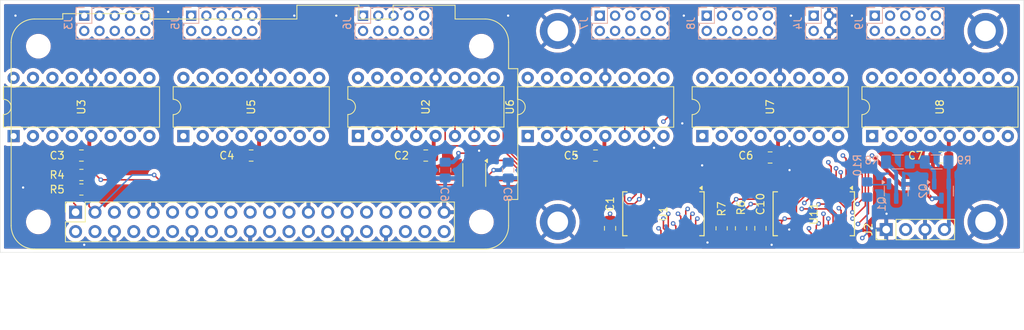
<source format=kicad_pcb>
(kicad_pcb (version 20240108) (generator "pcbnew") (generator_version "8.0")
  (layers (0 "F.Cu" signal) (1 "In1.Cu" signal) (2 "In2.Cu" signal) (31 "B.Cu" signal) (34 "B.Paste" user) (35 "F.Paste" user) (36 "B.SilkS" user "B.Silkscreen") (37 "F.SilkS" user "F.Silkscreen") (38 "B.Mask" user) (39 "F.Mask" user) (44 "Edge.Cuts" user))
  (net 0 "")
  (net 1 "+5V")
  (net 2 "GND")
  (net 4 "+3V3")
  (net 6 "Net-(J1-SCL{slash}GPIO3)")
  (net 13 "Net-(J1-SDA{slash}GPIO2)")
  (net 24 "PWM")
  (net 27 "2D")
  (net 29 "1C")
  (net 30 "2A")
  (net 31 "1A")
  (net 32 "1D")
  (net 33 "1B")
  (net 35 "2C")
  (net 37 "2B")
  (net 39 "3A")
  (net 40 "3C")
  (net 41 "3B")
  (net 42 "3D")
  (net 43 "4C")
  (net 44 "4D")
  (net 45 "4A")
  (net 46 "4B")
  (net 47 "5D")
  (net 48 "5C")
  (net 49 "5A")
  (net 50 "5B")
  (net 51 "6B")
  (net 52 "6D")
  (net 53 "6C")
  (net 54 "6A")
  (net 62 "I2C_SDA")
  (net 63 "I2C_SCL")
  (net 64 "+170")
  (net 65 "D1-5")
  (net 66 "D1-7")
  (net 67 "D1-0")
  (net 68 "D1-6")
  (net 69 "D1-9")
  (net 70 "D1-4")
  (net 71 "D1-8")
  (net 72 "D1-2")
  (net 73 "D1-1")
  (net 74 "D1-3")
  (net 75 "D2-4")
  (net 76 "D2-2")
  (net 77 "D2-9")
  (net 78 "D2-0")
  (net 79 "D2-5")
  (net 80 "D2-7")
  (net 81 "D2-8")
  (net 82 "D2-1")
  (net 83 "D2-6")
  (net 84 "D2-3")
  (net 85 "D3-4")
  (net 86 "D3-7")
  (net 87 "D3-5")
  (net 88 "D3-6")
  (net 89 "D3-9")
  (net 90 "D3-0")
  (net 91 "D3-8")
  (net 92 "D3-2")
  (net 93 "D3-3")
  (net 94 "D3-1")
  (net 95 "D4-2")
  (net 96 "D4-3")
  (net 97 "D4-1")
  (net 98 "D4-8")
  (net 99 "D4-7")
  (net 100 "D4-9")
  (net 101 "D4-5")
  (net 102 "D4-4")
  (net 103 "D4-0")
  (net 104 "D4-6")
  (net 105 "D5-6")
  (net 106 "D5-2")
  (net 107 "D5-9")
  (net 108 "D5-0")
  (net 109 "D5-1")
  (net 110 "D5-5")
  (net 111 "D5-8")
  (net 112 "D5-3")
  (net 113 "D5-7")
  (net 114 "D5-4")
  (net 115 "D6-8")
  (net 116 "D6-5")
  (net 117 "D6-6")
  (net 118 "D6-2")
  (net 119 "D6-9")
  (net 120 "D6-1")
  (net 121 "D6-7")
  (net 122 "D6-4")
  (net 123 "D6-0")
  (net 124 "D6-3")
  (net 132 "ANODE")
  (net 133 "Net-(Q1-C)")
  (net 134 "Net-(Q1-B)")
  (net 135 "Net-(Q2-B)")
  (footprint "Package_SO:SSOP-28_5.3x10.2mm_P0.65mm" (layer "F.Cu") (at 163.83 114.935 -90)
    (property "Reference" "U1")
    (property "Value" "MCP23017_SO" (hide yes))
  )
  (footprint "Capacitor_SMD:C_0805_2012Metric_Pad1.18x1.45mm_HandSolder" (layer "F.Cu") (at 200.152 107.569 180)
    (property "Reference" "C7")
    (property "Value" "100n" (hide yes))
  )
  (footprint "Connector_PinHeader_2.54mm:PinHeader_1x04_P2.54mm_Vertical" (layer "F.Cu") (at 193 117 90)
    (property "Reference" "J2")
    (property "Value" "Conn_01x04_Pin" (hide yes))
  )
  (footprint "Package_DIP:DIP-16_W7.62mm" (layer "F.Cu") (at 146.065 104.765 90)
    (property "Reference" "U6")
    (property "Value" "74141" (hide yes))
  )
  (footprint "Resistor_SMD:R_0805_2012Metric_Pad1.20x1.40mm_HandSolder" (layer "F.Cu") (at 171.45 116.84 90)
    (property "Reference" "R7")
    (property "Value" "4k7" (hide yes))
  )
  (footprint "Capacitor_SMD:C_0805_2012Metric_Pad1.18x1.45mm_HandSolder" (layer "F.Cu") (at 176.53 116.84 -90)
    (property "Reference" "C10")
    (property "Value" "100n" (hide yes))
  )
  (footprint "Package_DIP:DIP-16_W7.62mm" (layer "F.Cu") (at 191.15 104.765 90)
    (property "Reference" "U8")
    (property "Value" "74141" (hide yes))
  )
  (footprint "Package_DIP:DIP-16_W7.62mm" (layer "F.Cu") (at 78.755 104.765 90)
    (property "Reference" "U3")
    (property "Value" "74141" (hide yes))
  )
  (footprint "Package_DIP:DIP-16_W7.62mm" (layer "F.Cu") (at 123.84 104.755 90)
    (property "Reference" "U2")
    (property "Value" "74141" (hide yes))
  )
  (footprint "Resistor_SMD:R_0805_2012Metric_Pad1.20x1.40mm_HandSolder" (layer "F.Cu") (at 87.63 111.76)
    (property "Reference" "R5")
    (property "Value" "4k7" (hide yes))
  )
  (footprint "MountingHole:MountingHole_2.7mm_M2.5_DIN965_Pad" (layer "F.Cu") (at 206 116)
    (property "Reference" "H1" (hide yes))
    (property "Value" "MountingHole_Pad" (hide yes))
  )
  (footprint "Resistor_SMD:R_0805_2012Metric_Pad1.20x1.40mm_HandSolder" (layer "F.Cu") (at 173.99 116.84 90)
    (property "Reference" "R6")
    (property "Value" "4k7" (hide yes))
  )
  (footprint "MountingHole:MountingHole_2.7mm_M2.5_DIN965_Pad" (layer "F.Cu") (at 206 91)
    (property "Reference" "H2" (hide yes))
    (property "Value" "MountingHole_Pad" (hide yes))
  )
  (footprint "Package_DIP:DIP-16_W7.62mm" (layer "F.Cu") (at 168.925 104.765 90)
    (property "Reference" "U7")
    (property "Value" "74141")
  )
  (footprint "Resistor_SMD:R_0805_2012Metric_Pad1.20x1.40mm_HandSolder" (layer "F.Cu") (at 87.63 109.855)
    (property "Reference" "R4")
    (property "Value" "4k7" (hide yes))
  )
  (footprint "Capacitor_SMD:C_0805_2012Metric_Pad1.18x1.45mm_HandSolder" (layer "F.Cu") (at 132.715 107.315 180)
    (property "Reference" "C2")
    (property "Value" "100n" (hide yes))
  )
  (footprint "Package_SO:SSOP-28_5.3x10.2mm_P0.65mm" (layer "F.Cu") (at 183.515 114.935 -90)
    (property "Reference" "U11")
    (property "Value" "MCP23017_SO" (hide yes))
  )
  (footprint "MountingHole:MountingHole_2.7mm_M2.5_DIN965_Pad" (layer "F.Cu") (at 150 116)
    (property "Reference" "H4" (hide yes))
    (property "Value" "MountingHole_Pad" (hide yes))
  )
  (footprint "Package_DIP:DIP-16_W7.62mm" (layer "F.Cu") (at 100.98 104.765 90)
    (property "Reference" "U5")
    (property "Value" "74141" (hide yes))
  )
  (footprint "Capacitor_SMD:C_0805_2012Metric_Pad1.18x1.45mm_HandSolder" (layer "F.Cu") (at 87.63 107.315 180)
    (property "Reference" "C3")
    (property "Value" "100n" (hide yes))
  )
  (footprint "Module:Raspberry_Pi_Zero_Socketed_THT_FaceDown_MountingHoles" (layer "F.Cu") (at 86.87 114.73 90)
    (property "Reference" "J1" (hide yes))
    (property "Value" "Raspberry_Pi_2_3" (hide yes))
  )
  (footprint "Capacitor_SMD:C_0805_2012Metric_Pad1.18x1.45mm_HandSolder" (layer "F.Cu") (at 109.855 107.315 180)
    (property "Reference" "C4")
    (property "Value" "100n" (hide yes))
  )
  (footprint "Capacitor_SMD:C_0805_2012Metric_Pad1.18x1.45mm_HandSolder" (layer "F.Cu") (at 177.8 107.569 180)
    (property "Reference" "C6")
    (property "Value" "100n" (hide yes))
  )
  (footprint "MountingHole:MountingHole_2.7mm_M2.5_DIN965_Pad" (layer "F.Cu") (at 150 91)
    (property "Reference" "H3" (hide yes))
    (property "Value" "MountingHole_Pad" (hide yes))
  )
  (footprint "Capacitor_SMD:C_0805_2012Metric_Pad1.18x1.45mm_HandSolder" (layer "F.Cu") (at 156.845 116.84 -90)
    (property "Reference" "C1")
    (property "Value" "100n" (hide yes))
  )
  (footprint "Package_SO:SSOP-8_2.95x2.8mm_P0.65mm" (layer "F.Cu") (at 139.065 109.855 -90)
    (property "Reference" "U4" (hide yes))
    (property "Value" "TCA9406DC" (hide yes))
  )
  (footprint "Capacitor_SMD:C_0805_2012Metric_Pad1.18x1.45mm_HandSolder" (layer "F.Cu") (at 154.94 107.315 180)
    (property "Reference" "C5")
    (property "Value" "100n" (hide yes))
  )
  (footprint "Connector_PinHeader_2.00mm:PinHeader_2x05_P2.00mm_Vertical" (layer "B.Cu") (at 102 89 -90)
    (property "Reference" "J5")
    (property "Value" "Conn_02x05_Odd_Even" (hide yes))
  )
  (footprint "Resistor_SMD:R_1206_3216Metric_Pad1.30x1.75mm_HandSolder" (layer "B.Cu") (at 194.515 108.155 180)
    (property "Reference" "R8")
    (property "Value" "220k" (hide yes))
  )
  (footprint "Resistor_SMD:R_0805_2012Metric_Pad1.20x1.40mm_HandSolder" (layer "B.Cu") (at 190.5 111.76 90)
    (property "Reference" "R10")
    (property "Value" "1k" (hide yes))
  )
  (footprint "Capacitor_SMD:C_0805_2012Metric_Pad1.18x1.45mm_HandSolder" (layer "B.Cu") (at 143.51 109.22 -90)
    (property "Reference" "C8")
    (property "Value" "100n" (hide yes))
  )
  (footprint "Connector_PinHeader_2.00mm:PinHeader_2x05_P2.00mm_Vertical" (layer "B.Cu") (at 155.5 89 -90)
    (property "Reference" "J7")
    (property "Value" "Conn_02x05_Odd_Even" (hide yes))
  )
  (footprint "Package_TO_SOT_SMD:SOT-23" (layer "B.Cu") (at 200.23 111.965 -90)
    (property "Reference" "Q2")
    (property "Value" "PMBTA92" (hide yes))
  )
  (footprint "Connector_PinHeader_2.00mm:PinHeader_2x05_P2.00mm_Vertical" (layer "B.Cu") (at 88 89 -90)
    (property "Reference" "J3")
    (property "Value" "Conn_02x05_Odd_Even" (hide yes))
  )
  (footprint "Connector_PinHeader_2.00mm:PinHeader_2x05_P2.00mm_Vertical" (layer "B.Cu") (at 191.5 89 -90)
    (property "Reference" "J9")
    (property "Value" "Conn_02x05_Odd_Even" (hide yes))
  )
  (footprint "Connector_PinHeader_2.00mm:PinHeader_2x05_P2.00mm_Vertical" (layer "B.Cu") (at 124.5 89 -90)
    (property "Reference" "J6")
    (property "Value" "Conn_02x05_Odd_Even" (hide yes))
  )
  (footprint "Connector_PinHeader_2.00mm:PinHeader_2x02_P2.00mm_Vertical" (layer "B.Cu") (at 183.5 89 -90)
    (property "Reference" "J4")
    (property "Value" "Conn_02x02_Odd_Even" (hide yes))
  )
  (footprint "Capacitor_SMD:C_0805_2012Metric_Pad1.18x1.45mm_HandSolder" (layer "B.Cu") (at 135.255 109.22 -90)
    (property "Reference" "C9")
    (property "Value" "100n" (hide yes))
  )
  (footprint "Package_TO_SOT_SMD:SOT-23" (layer "B.Cu") (at 194.31 111.965 -90)
    (property "Reference" "Q1")
    (property "Value" "PMBTA42" (hide yes))
  )
  (footprint "Connector_PinHeader_2.00mm:PinHeader_2x05_P2.00mm_Vertical" (layer "B.Cu") (at 169.5 89 -90)
    (property "Reference" "J8")
    (property "Value" "Conn_02x05_Odd_Even" (hide yes))
  )
  (footprint "Resistor_SMD:R_1206_3216Metric_Pad1.30x1.75mm_HandSolder" (layer "B.Cu") (at 199.595 108.155 180)
    (property "Reference" "R9")
    (property "Value" "1k" (hide yes))
  )
  (gr_line (start 77 120) (end 211 120) (stroke (width 0.05)) (layer "Edge.Cuts"))
  (gr_line (start 77 87) (end 77 120) (stroke (width 0.05)) (layer "Edge.Cuts"))
  (gr_line (start 211 120) (end 211 87) (stroke (width 0.05)) (layer "Edge.Cuts"))
  (gr_line (start 211 87) (end 77 87) (stroke (width 0.05)) (layer "Edge.Cuts"))
  (gr_text "ARL 2025" (at 155.575 94.615 0) (layer "F.Cu") (effects (font (size 1.5 1.5) (thickness 0.3) (bold yes)) (justify left bottom)))
  (segment (start 179.29 118.535) (end 179.415 118.41) (width 0.2) (layer "F.Cu") (net 1))
  (segment (start 201.1895 107.569) (end 201.1895 104.8855) (width 0.5) (layer "F.Cu") (net 1))
  (segment (start 110.8925 105.0125) (end 111.14 104.765) (width 0.5) (layer "F.Cu") (net 1))
  (segment (start 88.6675 105.0125) (end 88.915 104.765) (width 0.5) (layer "F.Cu") (net 1))
  (segment (start 161.555 118.535) (end 161.555 117.105) (width 0.2) (layer "F.Cu") (net 1))
  (segment (start 174.895 117.84) (end 175.26 117.475) (width 0.2) (layer "F.Cu") (net 1))
  (segment (start 162.855 111.335) (end 162.855 113.2) (width 0.2) (layer "F.Cu") (net 1))
  (segment (start 139.39 111.555) (end 139.39 110.165) (width 0.2) (layer "F.Cu") (net 1))
  (segment (start 179.415 118.41) (end 179.415 118.11) (width 0.2) (layer "F.Cu") (net 1))
  (segment (start 179.29 118.535) (end 179.29 115.985) (width 0.2) (layer "F.Cu") (net 1))
  (segment (start 181.24 115.57) (end 181.24 113.715) (width 0.2) (layer "F.Cu") (net 1))
  (segment (start 173.99 117.84) (end 174.895 117.84) (width 0.2) (layer "F.Cu") (net 1))
  (segment (start 175.26 116.205) (end 175.6625 115.8025) (width 0.2) (layer "F.Cu") (net 1))
  (segment (start 175.26 116.205) (end 175.26 117.475) (width 0.2) (layer "F.Cu") (net 1))
  (segment (start 156.1045 107.569) (end 156.1045 104.8855) (width 0.5) (layer "F.Cu") (net 1))
  (segment (start 178.8375 105.0125) (end 179.085 104.765) (width 0.5) (layer "F.Cu") (net 1))
  (segment (start 176.53 115.8025) (end 175.6625 115.8025) (width 0.2) (layer "F.Cu") (net 1))
  (segment (start 161.555 117.105) (end 160.2525 115.8025) (width 0.2) (layer "F.Cu") (net 1))
  (segment (start 179.4725 115.8025) (end 179.705 115.57) (width 0.2) (layer "F.Cu") (net 1))
  (segment (start 178.8375 107.569) (end 178.8375 105.0125) (width 0.5) (layer "F.Cu") (net 1))
  (segment (start 139.7 109.855) (end 140.97 109.855) (width 0.2) (layer "F.Cu") (net 1))
  (segment (start 160.2525 115.8025) (end 156.845 115.8025) (width 0.2) (layer "F.Cu") (net 1))
  (segment (start 156.845 115.8025) (end 156.845 114.935) (width 0.5) (layer "F.Cu") (net 1))
  (segment (start 171.45 117.84) (end 173.99 117.84) (width 0.2) (layer "F.Cu") (net 1))
  (segment (start 179.29 115.985) (end 179.4725 115.8025) (width 0.2) (layer "F.Cu") (net 1))
  (segment (start 140.97 109.855) (end 141.605 109.22) (width 0.2) (layer "F.Cu") (net 1))
  (segment (start 110.8925 107.315) (end 110.8925 105.0125) (width 0.5) (layer "F.Cu") (net 1))
  (segment (start 176.53 115.8025) (end 179.4725 115.8025) (width 0.2) (layer "F.Cu") (net 1))
  (segment (start 182.54 112.415) (end 182.54 111.335) (width 0.2) (layer "F.Cu") (net 1))
  (segment (start 156.1045 104.8855) (end 156.225 104.765) (width 0.5) (layer "F.Cu") (net 1))
  (segment (start 201.1895 104.8855) (end 201.31 104.765) (width 0.5) (layer "F.Cu") (net 1))
  (segment (start 179.705 115.57) (end 181.24 115.57) (width 0.2) (layer "F.Cu") (net 1))
  (segment (start 133.7525 105.0025) (end 134 104.755) (width 0.5) (layer "F.Cu") (net 1))
  (segment (start 162.855 113.2) (end 160.2525 115.8025) (width 0.2) (layer "F.Cu") (net 1))
  (segment (start 133.7525 107.569) (end 133.7525 105.0025) (width 0.5) (layer "F.Cu") (net 1))
  (segment (start 139.39 110.165) (end 139.7 109.855) (width 0.2) (layer "F.Cu") (net 1))
  (segment (start 88.6675 107.315) (end 88.6675 105.0125) (width 0.5) (layer "F.Cu") (net 1))
  (segment (start 181.24 118.535) (end 181.24 115.57) (width 0.2) (layer "F.Cu") (net 1))
  (segment (start 181.24 113.715) (end 182.54 112.415) (width 0.2) (layer "F.Cu") (net 1))
  (via (at 141.605 109.22) (size 0.6) (drill 0.3) (layers "F.Cu" "B.Cu") (net 1))
  (via (at 179.705 115.57) (size 0.6) (drill 0.3) (layers "F.Cu" "B.Cu") (net 1))
  (via (at 156.845 114.935) (size 0.6) (drill 0.3) (layers "F.Cu" "B.Cu") (net 1))
  (segment (start 141.605 109.22) (end 142.4725 109.22) (width 0.5) (layer "B.Cu") (net 1))
  (segment (start 142.4725 109.22) (end 143.51 108.1825) (width 0.5) (layer "B.Cu") (net 1))
  (segment (start 162.205 112.75) (end 161.925 113.03) (width 0.2) (layer "F.Cu") (net 2))
  (segment (start 92 119) (end 91.95 118.95) (width 0.5) (layer "F.Cu") (net 2))
  (segment (start 131.6775 107.315) (end 130.175 107.315) (width 0.2) (layer "F.Cu") (net 2))
  (segment (start 180.3 117) (end 179.94 117.36) (width 0.2) (layer "F.Cu") (net 2))
  (segment (start 122 119) (end 122.43 118.57) (width 0.5) (layer "F.Cu") (net 2))
  (segment (start 117.35 113.35) (end 117 113) (width 0.5) (layer "F.Cu") (net 2))
  (segment (start 127.51 118.49) (end 127 119) (width 0.5) (layer "F.Cu") (net 2))
  (segment (start 91.95 117.27) (end 91.95 118.95) (width 0.5) (layer "F.Cu") (net 2))
  (segment (start 135.13 114.73) (end 135.13 113.13) (width 0.5) (layer "F.Cu") (net 2))
  (segment (start 139.7 106.695) (end 139.7 106.68) (width 0.2) (layer "F.Cu") (net 2))
  (segment (start 181.89 111.335) (end 181.89 110.135) (width 0.2) (layer "F.Cu") (net 2))
  (segment (start 179.94 117.36) (end 179.94 118.535) (width 0.2) (layer "F.Cu") (net 2))
  (segment (start 97.03 114.73) (end 97.03 113.03) (width 0.5) (layer "F.Cu") (net 2))
  (segment (start 122.43 117.27) (end 122.43 118.57) (width 0.5) (layer "F.Cu") (net 2))
  (segment (start 160.905 118.535) (end 160.255 118.535) (width 0.2) (layer "F.Cu") (net 2))
  (segment (start 181.89 110.135) (end 181.61 109.855) (width 0.2) (layer "F.Cu") (net 2))
  (segment (start 180.3 117) (end 180.59 117.29) (width 0.2) (layer "F.Cu") (net 2))
  (segment (start 109.73 118.73) (end 110 119) (width 0.5) (layer "F.Cu") (net 2))
  (segment (start 117.35 114.73) (end 117.35 113.35) (width 0.5) (layer "F.Cu") (net 2))
  (segment (start 97 113) (end 97.03 113.03) (width 0.5) (layer "F.Cu") (net 2))
  (segment (start 102.11 117.27) (end 102.11 118.89) (width 0.5) (layer "F.Cu") (net 2))
  (segment (start 139.39 107.005) (end 139.7 106.695) (width 0.2) (layer "F.Cu") (net 2))
  (segment (start 109.73 117.27) (end 109.73 118.73) (width 0.5) (layer "F.Cu") (net 2))
  (segment (start 102 119) (end 102.11 118.89) (width 0.5) (layer "F.Cu") (net 2))
  (segment (start 135 113) (end 135.13 113.13) (width 0.5) (layer "F.Cu") (net 2))
  (segment (start 157.5025 118.535) (end 156.845 117.8775) (width 0.2) (layer "F.Cu") (net 2))
  (segment (start 108.8175 107.315) (end 107.315 107.315) (width 0.2) (layer "F.Cu") (net 2))
  (segment (start 162.205 111.335) (end 162.205 112.75) (width 0.2) (layer "F.Cu") (net 2))
  (segment (start 86.5925 107.315) (end 85.09 107.315) (width 0.2) (layer "F.Cu") (net 2))
  (segment (start 127.51 117.27) (end 127.51 118.49) (width 0.5) (layer "F.Cu") (net 2))
  (segment (start 180.59 117.29) (end 180.59 118.535) (width 0.2) (layer "F.Cu") (net 2))
  (segment (start 160.905 118.535) (end 157.5025 118.535) (width 0.2) (layer "F.Cu") (net 2))
  (segment (start 153.9025 107.315) (end 152.4 107.315) (width 0.2) (layer "F.Cu") (net 2))
  (segment (start 139.39 108.155) (end 139.39 107.005) (width 0.2) (layer "F.Cu") (net 2))
  (via (at 162.6 106.3) (size 0.6) (drill 0.3) (layers "F.Cu" "B.Cu") (net 2))
  (via (at 188.5 89) (size 0.6) (drill 0.3) (layers "F.Cu" "B.Cu") (net 2))
  (via (at 166.3 103.1) (size 0.6) (drill 0.3) (layers "F.Cu" "B.Cu") (net 2))
  (via (at 180.34 106.045) (size 0.6) (drill 0.3) (layers "F.Cu" "B.Cu") (net 2))
  (via (at 115.5 89) (size 0.6) (drill 0.3) (layers "F.Cu" "B.Cu") (net 2))
  (via (at 143.5 89) (size 0.6) (drill 0.3) (layers "F.Cu" "B.Cu") (net 2))
  (via (at 178 119) (size 0.6) (drill 0.3) (layers "F.Cu" "B.Cu") (net 2))
  (via (at 193.04 114.935) (size 0.6) (drill 0.3) (layers "F.Cu" "B.Cu") (net 2))
  (via (at 139.7 106.68) (size 0.6) (drill 0.3) (layers "F.Cu" "B.Cu") (net 2))
  (via (at 80 111.5) (size 0.6) (drill 0.3) (layers "F.Cu" "B.Cu") (net 2))
  (via (at 152.4 107.315) (size 0.6) (drill 0.3) (layers "F.Cu" "B.Cu") (net 2))
  (via (at 180.34 109.22) (size 0.6) (drill 0.3) (layers "F.Cu" "B.Cu") (net 2))
  (via (at 161.925 113.03) (size 0.6) (drill 0.3) (layers "F.Cu" "B.Cu") (net 2))
  (via (at 180.3 117) (size 0.6) (drill 0.3) (layers "F.Cu" "B.Cu") (net 2))
  (via (at 169.6 118.7) (size 0.6) (drill 0.3) (layers "F.Cu" "B.Cu") (net 2))
  (via (at 88 119) (size 0.6) (drill 0.3) (layers "F.Cu" "B.Cu") (net 2))
  (via (at 191.135 116.84) (size 0.6) (drill 0.3) (layers "F.Cu" "B.Cu") (net 2))
  (via (at 121 89) (size 0.6) (drill 0.3) (layers "F.Cu" "B.Cu") (net 2))
  (via (at 166.5 89) (size 0.6) (drill 0.3) (layers "F.Cu" "B.Cu") (net 2))
  (via (at 168.9 108.6) (size 0.6) (drill 0.3) (layers "F.Cu" "B.Cu") (net 2))
  (via (at 99 88.5) (size 0.6) (drill 0.3) (layers "F.Cu" "B.Cu") (net 2))
  (via (at 180.5 89) (size 0.6) (drill 0.3) (layers "F.Cu" "B.Cu") (net 2))
  (via (at 79 89) (size 0.6) (drill 0.3) (layers "F.Cu" "B.Cu") (net 2))
  (segment (start 86.87 113.79) (end 86.87 114.73) (width 0.2) (layer "F.Cu") (net 4))
  (segment (start 138.49 107) (end 137 107) (width 0.2) (layer "F.Cu") (net 4))
  (segment (start 86.63 111.76) (end 86.63 113.55) (width 0.2) (layer "F.Cu") (net 4))
  (segment (start 86.63 113.55) (end 86.87 113.79) (width 0.2) (layer "F.Cu") (net 4))
  (segment (start 86.63 109.855) (end 86.63 111.76) (width 0.2) (layer "F.Cu") (net 4))
  (segment (start 138.74 108.155) (end 138.74 107.25) (width 0.2) (layer "F.Cu") (net 4))
  (segment (start 138.74 111.555) (end 138.74 108.155) (width 0.2) (layer "F.Cu") (net 4))
  (segment (start 138.74 107.25) (end 138.49 107) (width 0.2) (layer "F.Cu") (net 4))
  (via (at 137 107) (size 0.6) (drill 0.3) (layers "F.Cu" "B.Cu") (net 4))
  (segment (start 136.2925 108.1825) (end 135.255 108.1825) (width 0.5) (layer "B.Cu") (net 4))
  (segment (start 137 107) (end 137 107.475) (width 0.5) (layer "B.Cu") (net 4))
  (segment (start 137 107.475) (end 136.2925 108.1825) (width 0.5) (layer "B.Cu") (net 4))
  (segment (start 96.52 110.49) (end 90.17 110.49) (width 0.2) (layer "F.Cu") (net 6))
  (segment (start 89.535 109.855) (end 90.17 110.49) (width 0.2) (layer "F.Cu") (net 6))
  (segment (start 138.09 111.555) (end 137.59 111.555) (width 0.2) (layer "F.Cu") (net 6))
  (segment (start 137.16 111.125) (end 97.155 111.125) (width 0.2) (layer "F.Cu") (net 6))
  (segment (start 137.59 111.555) (end 137.16 111.125) (width 0.2) (layer "F.Cu") (net 6))
  (segment (start 88.63 109.855) (end 89.535 109.855) (width 0.2) (layer "F.Cu") (net 6))
  (segment (start 97.155 111.125) (end 96.52 110.49) (width 0.2) (layer "F.Cu") (net 6))
  (via (at 90.17 110.49) (size 0.6) (drill 0.3) (layers "F.Cu" "B.Cu") (net 6))
  (segment (start 137.16 110.49) (end 138.09 109.56) (width 0.2) (layer "F.Cu") (net 13))
  (segment (start 88.63 111.76) (end 88.63 113.95) (width 0.2) (layer "F.Cu") (net 13))
  (segment (start 138.09 109.56) (end 138.09 108.155) (width 0.2) (layer "F.Cu") (net 13))
  (segment (start 97.155 109.855) (end 97.79 110.49) (width 0.2) (layer "F.Cu") (net 13))
  (segment (start 97.79 110.49) (end 137.16 110.49) (width 0.2) (layer "F.Cu") (net 13))
  (segment (start 88.63 113.95) (end 89.41 114.73) (width 0.2) (layer "F.Cu") (net 13))
  (via (at 97.155 109.855) (size 0.6) (drill 0.3) (layers "F.Cu" "B.Cu") (net 13))
  (segment (start 97.155 109.855) (end 94.285 109.855) (width 0.2) (layer "B.Cu") (net 13))
  (segment (start 94.285 109.855) (end 89.41 114.73) (width 0.2) (layer "B.Cu") (net 13))
  (segment (start 99.57 117.27) (end 99.5 117.34) (width 0.2) (layer "F.Cu") (net 24))
  (via (at 189.865 118.11) (size 0.6) (drill 0.3) (layers "F.Cu" "B.Cu") (net 24))
  (segment (start 190.5 112.76) (end 190.5 117.475) (width 0.2) (layer "B.Cu") (net 24))
  (segment (start 190.5 117.475) (end 189.865 118.11) (width 0.2) (layer "B.Cu") (net 24))
  (segment (start 168.055 115.79) (end 168.275 115.57) (width 0.2) (layer "F.Cu") (net 27))
  (segment (start 168.055 118.535) (end 168.055 115.79) (width 0.2) (layer "F.Cu") (net 27))
  (via (at 168.275 115.57) (size 0.6) (drill 0.3) (layers "F.Cu" "B.Cu") (net 27))
  (segment (start 164.805 118.535) (end 164.805 117.18) (width 0.2) (layer "F.Cu") (net 29))
  (segment (start 164.465 116.84) (end 164.465 114.935) (width 0.2) (layer "F.Cu") (net 29))
  (segment (start 164.805 117.18) (end 164.465 116.84) (width 0.2) (layer "F.Cu") (net 29))
  (via (at 164.465 114.935) (size 0.6) (drill 0.3) (layers "F.Cu" "B.Cu") (net 29))
  (segment (start 166.105 118.535) (end 166.105 115.305) (width 0.2) (layer "F.Cu") (net 30))
  (segment (start 166.105 115.305) (end 165.735 114.935) (width 0.2) (layer "F.Cu") (net 30))
  (via (at 165.735 114.935) (size 0.6) (drill 0.3) (layers "F.Cu" "B.Cu") (net 30))
  (segment (start 163.505 117.15) (end 163.195 116.84) (width 0.2) (layer "F.Cu") (net 31))
  (segment (start 163.505 118.535) (end 163.505 117.15) (width 0.2) (layer "F.Cu") (net 31))
  (via (at 163.195 116.84) (size 0.6) (drill 0.3) (layers "F.Cu" "B.Cu") (net 31))
  (segment (start 165.455 118.535) (end 165.455 116.56) (width 0.2) (layer "F.Cu") (net 32))
  (segment (start 165.455 116.56) (end 165.1 116.205) (width 0.2) (layer "F.Cu") (net 32))
  (via (at 165.1 116.205) (size 0.6) (drill 0.3) (layers "F.Cu" "B.Cu") (net 32))
  (segment (start 164.155 118.535) (end 164.065 118.445) (width 0.2) (layer "F.Cu") (net 33))
  (segment (start 164.065 117.075) (end 163.83 116.84) (width 0.2) (layer "F.Cu") (net 33))
  (segment (start 164.065 118.445) (end 164.065 117.075) (width 0.2) (layer "F.Cu") (net 33))
  (segment (start 163.83 116.84) (end 163.83 115.57) (width 0.2) (layer "F.Cu") (net 33))
  (via (at 163.83 115.57) (size 0.6) (drill 0.3) (layers "F.Cu" "B.Cu") (net 33))
  (segment (start 167.405 115.17) (end 167.64 114.935) (width 0.2) (layer "F.Cu") (net 35))
  (segment (start 167.405 118.535) (end 167.405 115.17) (width 0.2) (layer "F.Cu") (net 35))
  (via (at 167.64 114.935) (size 0.6) (drill 0.3) (layers "F.Cu" "B.Cu") (net 35))
  (segment (start 166.755 118.535) (end 166.755 114.55) (width 0.2) (layer "F.Cu") (net 37))
  (segment (start 166.755 114.55) (end 167.005 114.3) (width 0.2) (layer "F.Cu") (net 37))
  (via (at 167.005 114.3) (size 0.6) (drill 0.3) (layers "F.Cu" "B.Cu") (net 37))
  (segment (start 158.115 107.315) (end 156.845 108.585) (width 0.2) (layer "F.Cu") (net 39))
  (segment (start 156.845 108.585) (end 146.685 108.585) (width 0.2) (layer "F.Cu") (net 39))
  (segment (start 128.92 103.52) (end 128.92 104.755) (width 0.2) (layer "F.Cu") (net 39))
  (segment (start 130.81 101.6) (end 128.905 103.505) (width 0.2) (layer "F.Cu") (net 39))
  (segment (start 142.24 101.6) (end 130.81 101.6) (width 0.2) (layer "F.Cu") (net 39))
  (segment (start 144.145 103.505) (end 142.24 101.6) (width 0.2) (layer "F.Cu") (net 39))
  (segment (start 168.055 110.021471) (end 165.348529 107.315) (width 0.2) (layer "F.Cu") (net 39))
  (segment (start 165.348529 107.315) (end 158.115 107.315) (width 0.2) (layer "F.Cu") (net 39))
  (segment (start 128.905 103.505) (end 128.92 103.52) (width 0.2) (layer "F.Cu") (net 39))
  (segment (start 144.145 106.045) (end 144.145 103.505) (width 0.2) (layer "F.Cu") (net 39))
  (segment (start 146.685 108.585) (end 144.145 106.045) (width 0.2) (layer "F.Cu") (net 39))
  (segment (start 168.055 111.335) (end 168.055 110.021471) (width 0.2) (layer "F.Cu") (net 39))
  (segment (start 166.755 111.335) (end 166.755 109.852843) (width 0.2) (layer "F.Cu") (net 40))
  (segment (start 146.215 109.385) (end 142.875 106.045) (width 0.2) (layer "F.Cu") (net 40))
  (segment (start 139.7 102.87) (end 139.08 103.49) (width 0.2) (layer "F.Cu") (net 40))
  (segment (start 142.875 106.045) (end 142.875 103.435686) (width 0.2) (layer "F.Cu") (net 40))
  (segment (start 166.755 109.852843) (end 165.017157 108.115) (width 0.2) (layer "F.Cu") (net 40))
  (segment (start 165.017157 108.115) (end 158.515686 108.115) (width 0.2) (layer "F.Cu") (net 40))
  (segment (start 142.875 103.435686) (end 142.309314 102.87) (width 0.2) (layer "F.Cu") (net 40))
  (segment (start 139.08 103.49) (end 139.08 104.755) (width 0.2) (layer "F.Cu") (net 40))
  (segment (start 157.245686 109.385) (end 146.215 109.385) (width 0.2) (layer "F.Cu") (net 40))
  (segment (start 158.515686 108.115) (end 157.245686 109.385) (width 0.2) (layer "F.Cu") (net 40))
  (segment (start 142.309314 102.87) (end 139.7 102.87) (width 0.2) (layer "F.Cu") (net 40))
  (segment (start 137.795 102.235) (end 136.54 103.49) (width 0.2) (layer "F.Cu") (net 41))
  (segment (start 167.405 109.937157) (end 165.182843 107.715) (width 0.2) (layer "F.Cu") (net 41))
  (segment (start 142.24 102.235) (end 137.795 102.235) (width 0.2) (layer "F.Cu") (net 41))
  (segment (start 167.405 111.335) (end 167.405 109.937157) (width 0.2) (layer "F.Cu") (net 41))
  (segment (start 165.182843 107.715) (end 158.315343 107.715) (width 0.2) (layer "F.Cu") (net 41))
  (segment (start 143.51 106.045) (end 143.51 103.505) (width 0.2) (layer "F.Cu") (net 41))
  (segment (start 136.54 103.49) (end 136.54 104.755) (width 0.2) (layer "F.Cu") (net 41))
  (segment (start 146.45 108.985) (end 143.51 106.045) (width 0.2) (layer "F.Cu") (net 41))
  (segment (start 158.315343 107.715) (end 157.045343 108.985) (width 0.2) (layer "F.Cu") (net 41))
  (segment (start 143.51 103.505) (end 142.24 102.235) (width 0.2) (layer "F.Cu") (net 41))
  (segment (start 157.045343 108.985) (end 146.45 108.985) (width 0.2) (layer "F.Cu") (net 41))
  (segment (start 142.309314 106.045) (end 135.89 106.045) (width 0.2) (layer "F.Cu") (net 42))
  (segment (start 131.46 103.49) (end 131.46 104.755) (width 0.2) (layer "F.Cu") (net 42))
  (segment (start 134.62 102.87) (end 132.08 102.87) (width 0.2) (layer "F.Cu") (net 42))
  (segment (start 135.255 103.505) (end 134.62 102.87) (width 0.2) (layer "F.Cu") (net 42))
  (segment (start 166.105 111.335) (end 166.105 109.768529) (width 0.2) (layer "F.Cu") (net 42))
  (segment (start 158.681372 108.515) (end 157.411372 109.785) (width 0.2) (layer "F.Cu") (net 42))
  (segment (start 166.105 109.768529) (end 164.851471 108.515) (width 0.2) (layer "F.Cu") (net 42))
  (segment (start 157.411372 109.785) (end 146.049314 109.785) (width 0.2) (layer "F.Cu") (net 42))
  (segment (start 132.08 102.87) (end 131.46 103.49) (width 0.2) (layer "F.Cu") (net 42))
  (segment (start 135.89 106.045) (end 135.255 105.41) (width 0.2) (layer "F.Cu") (net 42))
  (segment (start 135.255 105.41) (end 135.255 103.505) (width 0.2) (layer "F.Cu") (net 42))
  (segment (start 164.851471 108.515) (end 158.681372 108.515) (width 0.2) (layer "F.Cu") (net 42))
  (segment (start 146.049314 109.785) (end 142.309314 106.045) (width 0.2) (layer "F.Cu") (net 42))
  (segment (start 184.785 114.935) (end 184.785 117.36) (width 0.2) (layer "F.Cu") (net 43))
  (segment (start 163.83 100.965) (end 161.305 103.49) (width 0.2) (layer "F.Cu") (net 43))
  (segment (start 188.83 108.802046) (end 188.83 103.105) (width 0.2) (layer "F.Cu") (net 43))
  (segment (start 189.865 113.03) (end 189.865 109.837046) (width 0.2) (layer "F.Cu") (net 43))
  (segment (start 186.69 100.965) (end 163.83 100.965) (width 0.2) (layer "F.Cu") (net 43))
  (segment (start 184.785 117.36) (end 184.49 117.655) (width 0.2) (layer "F.Cu") (net 43))
  (segment (start 188.83 103.105) (end 186.69 100.965) (width 0.2) (layer "F.Cu") (net 43))
  (segment (start 161.305 103.49) (end 161.305 104.765) (width 0.2) (layer "F.Cu") (net 43))
  (segment (start 189.23 113.665) (end 189.865 113.03) (width 0.2) (layer "F.Cu") (net 43))
  (segment (start 189.865 109.837046) (end 188.83 108.802046) (width 0.2) (layer "F.Cu") (net 43))
  (segment (start 184.49 117.655) (end 184.49 118.535) (width 0.2) (layer "F.Cu") (net 43))
  (via (at 189.23 113.665) (size 0.6) (drill 0.3) (layers "F.Cu" "B.Cu") (net 43))
  (via (at 184.785 114.935) (size 0.6) (drill 0.3) (layers "F.Cu" "B.Cu") (net 43))
  (segment (start 185.42 117.36) (end 185.14 117.64) (width 0.2) (layer "F.Cu") (net 44))
  (segment (start 185.42 115.57) (end 185.42 117.36) (width 0.2) (layer "F.Cu") (net 44))
  (segment (start 185.14 117.64) (end 185.14 118.535) (width 0.2) (layer "F.Cu") (net 44))
  (segment (start 186.69 101.6) (end 165.1 101.6) (width 0.2) (layer "F.Cu") (net 44))
  (segment (start 188.43 103.34) (end 186.69 101.6) (width 0.2) (layer "F.Cu") (net 44))
  (segment (start 188.570737 114.745734) (end 188.570737 113.475734) (width 0.2) (layer "F.Cu") (net 44))
  (segment (start 188.570737 113.475734) (end 189.23 112.816471) (width 0.2) (layer "F.Cu") (net 44))
  (segment (start 188.43 108.967732) (end 188.43 103.34) (width 0.2) (layer "F.Cu") (net 44))
  (segment (start 189.23 112.816471) (end 189.23 109.767732) (width 0.2) (layer "F.Cu") (net 44))
  (segment (start 165.1 101.6) (end 163.83 102.87) (width 0.2) (layer "F.Cu") (net 44))
  (segment (start 189.23 109.767732) (end 188.43 108.967732) (width 0.2) (layer "F.Cu") (net 44))
  (via (at 188.570737 114.745734) (size 0.6) (drill 0.3) (layers "F.Cu" "B.Cu") (net 44))
  (via (at 163.83 102.87) (size 0.6) (drill 0.3) (layers "F.Cu" "B.Cu") (net 44))
  (via (at 185.42 115.57) (size 0.6) (drill 0.3) (layers "F.Cu" "B.Cu") (net 44))
  (segment (start 183.19 117.485) (end 183.19 118.535) (width 0.2) (layer "F.Cu") (net 45))
  (segment (start 182.88 116.84) (end 182.88 117.175) (width 0.2) (layer "F.Cu") (net 45))
  (segment (start 189.63 108.419314) (end 189.63 102.635) (width 0.2) (layer "F.Cu") (net 45))
  (segment (start 186.69 99.695) (end 154.94 99.695) (width 0.2) (layer "F.Cu") (net 45))
  (segment (start 151.145 103.49) (end 151.145 104.765) (width 0.2) (layer "F.Cu") (net 45))
  (segment (start 190.665 109.454314) (end 189.63 108.419314) (width 0.2) (layer "F.Cu") (net 45))
  (segment (start 182.88 117.175) (end 183.19 117.485) (width 0.2) (layer "F.Cu") (net 45))
  (segment (start 189.299313 116.274313) (end 190.665 114.908626) (width 0.2) (layer "F.Cu") (net 45))
  (segment (start 189.63 102.635) (end 186.69 99.695) (width 0.2) (layer "F.Cu") (net 45))
  (segment (start 154.94 99.695) (end 151.145 103.49) (width 0.2) (layer "F.Cu") (net 45))
  (segment (start 190.665 114.908626) (end 190.665 109.454314) (width 0.2) (layer "F.Cu") (net 45))
  (via (at 189.299313 116.274313) (size 0.6) (drill 0.3) (layers "F.Cu" "B.Cu") (net 45))
  (via (at 182.88 116.84) (size 0.6) (drill 0.3) (layers "F.Cu" "B.Cu") (net 45))
  (segment (start 189.23 108.585) (end 189.23 102.87) (width 0.2) (layer "F.Cu") (net 46))
  (segment (start 158.765 103.49) (end 158.765 104.765) (width 0.2) (layer "F.Cu") (net 46))
  (segment (start 190.265 109.62) (end 189.23 108.585) (width 0.2) (layer "F.Cu") (net 46))
  (segment (start 161.925 100.33) (end 158.765 103.49) (width 0.2) (layer "F.Cu") (net 46))
  (segment (start 189.23 102.87) (end 186.69 100.33) (width 0.2) (layer "F.Cu") (net 46))
  (segment (start 183.84 118.535) (end 183.84 116.515) (width 0.2) (layer "F.Cu") (net 46))
  (segment (start 188.595 115.57) (end 190.265 113.9) (width 0.2) (layer "F.Cu") (net 46))
  (segment (start 190.265 113.9) (end 190.265 109.62) (width 0.2) (layer "F.Cu") (net 46))
  (segment (start 186.69 100.33) (end 161.925 100.33) (width 0.2) (layer "F.Cu") (net 46))
  (segment (start 183.84 116.515) (end 184.15 116.205) (width 0.2) (layer "F.Cu") (net 46))
  (via (at 184.15 116.205) (size 0.6) (drill 0.3) (layers "F.Cu" "B.Cu") (net 46))
  (via (at 188.595 115.57) (size 0.6) (drill 0.3) (layers "F.Cu" "B.Cu") (net 46))
  (segment (start 187.74 114.24) (end 187.74 118.535) (width 0.2) (layer "F.Cu") (net 47))
  (segment (start 182.274265 113.529265) (end 182.90353 112.9) (width 0.2) (layer "F.Cu") (net 47))
  (segment (start 182.90353 112.9) (end 186.4 112.9) (width 0.2) (layer "F.Cu") (net 47))
  (segment (start 186.4 112.9) (end 187.74 114.24) (width 0.2) (layer "F.Cu") (net 47))
  (via (at 182.274265 113.529265) (size 0.6) (drill 0.3) (layers "F.Cu" "B.Cu") (net 47))
  (segment (start 186.79 114.2) (end 187.09 114.5) (width 0.2) (layer "F.Cu") (net 48))
  (segment (start 187.09 114.5) (end 187.09 118.535) (width 0.2) (layer "F.Cu") (net 48))
  (via (at 186.79 114.2) (size 0.6) (drill 0.3) (layers "F.Cu" "B.Cu") (net 48))
  (segment (start 185.79 117.61) (end 185.79 118.535) (width 0.2) (layer "F.Cu") (net 49))
  (segment (start 181.935 114.3) (end 185.234314 114.3) (width 0.2) (layer "F.Cu") (net 49))
  (segment (start 186.04 115.105686) (end 186.04 117.36) (width 0.2) (layer "F.Cu") (net 49))
  (segment (start 186.04 117.36) (end 185.79 117.61) (width 0.2) (layer "F.Cu") (net 49))
  (segment (start 185.234314 114.3) (end 186.04 115.105686) (width 0.2) (layer "F.Cu") (net 49))
  (via (at 181.935 114.3) (size 0.6) (drill 0.3) (layers "F.Cu" "B.Cu") (net 49))
  (segment (start 184.142662 113.687724) (end 184.165386 113.665) (width 0.2) (layer "F.Cu") (net 50))
  (segment (start 185.165 113.665) (end 186.44 114.94) (width 0.2) (layer "F.Cu") (net 50))
  (segment (start 186.44 114.94) (end 186.44 118.535) (width 0.2) (layer "F.Cu") (net 50))
  (segment (start 184.165386 113.665) (end 185.165 113.665) (width 0.2) (layer "F.Cu") (net 50))
  (via (at 184.142662 113.687724) (size 0.6) (drill 0.3) (layers "F.Cu" "B.Cu") (net 50))
  (segment (start 187.09 109.59) (end 187 109.5) (width 0.2) (layer "F.Cu") (net 51))
  (segment (start 187.09 111.335) (end 187.09 109.59) (width 0.2) (layer "F.Cu") (net 51))
  (via (at 187.04 109.5) (size 0.6) (drill 0.3) (layers "F.Cu" "B.Cu") (net 51))
  (segment (start 185.42 108.404743) (end 185.79 108.774743) (width 0.2) (layer "F.Cu") (net 52))
  (segment (start 185.79 108.774743) (end 185.79 111.335) (width 0.2) (layer "F.Cu") (net 52))
  (segment (start 185.42 108.193497) (end 185.42 108.404743) (width 0.2) (layer "F.Cu") (net 52))
  (via (at 185.42 108.193497) (size 0.6) (drill 0.3) (layers "F.Cu" "B.Cu") (net 52))
  (segment (start 186.44 109) (end 186.44 111.335) (width 0.2) (layer "F.Cu") (net 53))
  (via (at 186.425421 108.987851) (size 0.6) (drill 0.3) (layers "F.Cu" "B.Cu") (net 53))
  (segment (start 187.74 107.73) (end 187.74 111.335) (width 0.2) (layer "F.Cu") (net 54))
  (segment (start 187.325 107.315) (end 187.74 107.73) (width 0.2) (layer "F.Cu") (net 54))
  (via (at 187.325 107.315) (size 0.6) (drill 0.3) (layers "F.Cu" "B.Cu") (net 54))
  (segment (start 159.61 113.03) (end 159.385 113.03) (width 0.2) (layer "F.Cu") (net 62))
  (segment (start 143.648628 107.95) (end 145.883628 110.185) (width 0.2) (layer "F.Cu") (net 62))
  (segment (start 160.255 109.715686) (end 160.255 111.335) (width 0.2) (layer "F.Cu") (net 62))
  (segment (start 173.355 113.03) (end 179.52 113.03) (width 0.2) (layer "F.Cu") (net 62))
  (segment (start 160.255 112.385) (end 159.61 113.03) (width 0.2) (layer "F.Cu") (net 62))
  (segment (start 145.883628 110.185) (end 157.646372 110.185) (width 0.2) (layer "F.Cu") (net 62))
  (segment (start 179.52 113.03) (end 179.94 112.61) (width 0.2) (layer "F.Cu") (net 62))
  (segment (start 171.45 114.935) (end 173.355 113.03) (width 0.2) (layer "F.Cu") (net 62))
  (segment (start 140.245 107.95) (end 143.648628 107.95) (width 0.2) (layer "F.Cu") (net 62))
  (segment (start 140.04 108.155) (end 140.245 107.95) (width 0.2) (layer "F.Cu") (net 62))
  (segment (start 179.94 112.61) (end 179.94 111.335) (width 0.2) (layer "F.Cu") (net 62))
  (segment (start 171.45 115.84) (end 171.45 114.935) (width 0.2) (layer "F.Cu") (net 62))
  (segment (start 159.854314 109.315) (end 160.255 109.715686) (width 0.2) (layer "F.Cu") (net 62))
  (segment (start 157.646372 110.185) (end 158.516372 109.315) (width 0.2) (layer "F.Cu") (net 62))
  (segment (start 158.516372 109.315) (end 159.854314 109.315) (width 0.2) (layer "F.Cu") (net 62))
  (segment (start 160.255 111.335) (end 160.255 112.385) (width 0.2) (layer "F.Cu") (net 62))
  (via (at 159.385 113.03) (size 0.6) (drill 0.3) (layers "F.Cu" "B.Cu") (net 62))
  (via (at 173.355 113.03) (size 0.6) (drill 0.3) (layers "F.Cu" "B.Cu") (net 62))
  (segment (start 180.59 111.335) (end 180.59 112.78) (width 0.2) (layer "F.Cu") (net 63))
  (segment (start 160.655 113.03) (end 160.055 113.63) (width 0.2) (layer "F.Cu") (net 63))
  (segment (start 158.75 111.76) (end 157.575 110.585) (width 0.2) (layer "F.Cu") (net 63))
  (segment (start 159.136471 113.63) (end 158.75 113.243529) (width 0.2) (layer "F.Cu") (net 63))
  (segment (start 160.905 111.335) (end 160.905 112.78) (width 0.2) (layer "F.Cu") (net 63))
  (segment (start 175.26 113.665) (end 173.99 114.935) (width 0.2) (layer "F.Cu") (net 63))
  (segment (start 160.055 113.63) (end 159.136471 113.63) (width 0.2) (layer "F.Cu") (net 63))
  (segment (start 157.575 110.585) (end 141.51 110.585) (width 0.2) (layer "F.Cu") (net 63))
  (segment (start 141.51 110.585) (end 140.54 111.555) (width 0.2) (layer "F.Cu") (net 63))
  (segment (start 140.54 111.555) (end 140.04 111.555) (width 0.2) (layer "F.Cu") (net 63))
  (segment (start 173.99 114.935) (end 173.99 115.84) (width 0.2) (layer "F.Cu") (net 63))
  (segment (start 180.59 112.78) (end 179.705 113.665) (width 0.2) (layer "F.Cu") (net 63))
  (segment (start 179.705 113.665) (end 175.26 113.665) (width 0.2) (layer "F.Cu") (net 63))
  (segment (start 158.75 113.243529) (end 158.75 111.76) (width 0.2) (layer "F.Cu") (net 63))
  (segment (start 160.905 112.78) (end 160.655 113.03) (width 0.2) (layer "F.Cu") (net 63))
  (via (at 160.655 113.03) (size 0.6) (drill 0.3) (layers "F.Cu" "B.Cu") (net 63))
  (via (at 175.26 113.665) (size 0.6) (drill 0.3) (layers "F.Cu" "B.Cu") (net 63))
  (segment (start 201.2 116.42) (end 200.62 117) (width 0.5) (layer "B.Cu") (net 64))
  (segment (start 201.18 108.19) (end 201.145 108.155) (width 0.5) (layer "B.Cu") (net 64))
  (segment (start 201.18 111.0275) (end 201.2 111.0475) (width 0.5) (layer "B.Cu") (net 64))
  (segment (start 201.18 111.0275) (end 201.18 108.19) (width 0.5) (layer "B.Cu") (net 64))
  (segment (start 201.2 111.0475) (end 201.2 116.42) (width 0.5) (layer "B.Cu") (net 64))
  (segment (start 199 113) (end 197.125 111.125) (width 0.5) (layer "F.Cu") (net 132))
  (segment (start 197.125 111.125) (end 194.945 111.125) (width 0.5) (layer "F.Cu") (net 132))
  (segment (start 194.945 111.125) (end 191.135 107.315) (width 0.5) (layer "F.Cu") (net 132))
  (via (at 191.135 107.315) (size 0.6) (drill 0.3) (layers "F.Cu" "B.Cu") (net 132))
  (via (at 199 113) (size 0.6) (drill 0.3) (layers "F.Cu" "B.Cu") (net 132))
  (segment (start 199 113) (end 199.0975 112.9025) (width 0.5) (layer "B.Cu") (net 132))
  (segment (start 199.0975 112.9025) (end 200.23 112.9025) (width 0.5) (layer "B.Cu") (net 132))
  (segment (start 194.31 109.5) (end 192.965 108.155) (width 0.5) (layer "B.Cu") (net 133))
  (segment (start 194.31 112.9025) (end 194.31 109.5) (width 0.5) (layer "B.Cu") (net 133))
  (segment (start 190.5 110.76) (end 190.865 111.125) (width 0.2) (layer "B.Cu") (net 134))
  (segment (start 193.2625 111.125) (end 193.36 111.0275) (width 0.2) (layer "B.Cu") (net 134))
  (segment (start 190.865 111.125) (end 193.2625 111.125) (width 0.2) (layer "B.Cu") (net 134))
  (segment (start 199.28 109.39) (end 198.045 108.155) (width 0.5) (layer "B.Cu") (net 135))
  (segment (start 196.065 108.155) (end 198.045 108.155) (width 0.5) (layer "B.Cu") (net 135))
  (segment (start 199.28 111.0275) (end 199.28 109.39) (width 0.5) (layer "B.Cu") (net 135))
  (zone (net 2) (net_name "GND") (layers "F&B.Cu") (connect_pads (clearance 0.5)) (min_thickness 0.25) (fill yes (thermal_gap 0.5) (thermal_bridge_width 0.5))
    (polygon (pts (xy 77 87) (xy 211 87) (xy 211 120) (xy 77 120)))
  )
)
</source>
